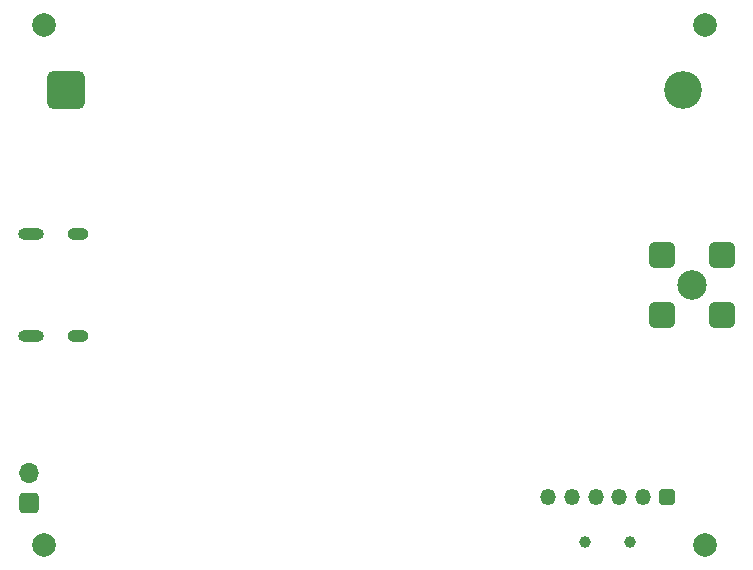
<source format=gbr>
%TF.GenerationSoftware,KiCad,Pcbnew,8.0.8+1*%
%TF.CreationDate,Date%
%TF.ProjectId,LoRa-V3-PCB,4c6f5261-2d56-4332-9d50-43422e6b6963,rev?*%
%TF.SameCoordinates,Original*%
%TF.FileFunction,Soldermask,Bot*%
%TF.FilePolarity,Negative*%
%FSLAX46Y46*%
G04 Gerber Fmt 4.6, Leading zero omitted, Abs format (unit mm)*
G04 Created by KiCad*
%MOMM*%
%LPD*%
G01*
G04 APERTURE LIST*
G04 Aperture macros list*
%AMRoundRect*
0 Rectangle with rounded corners*
0 $1 Rounding radius*
0 $2 $3 $4 $5 $6 $7 $8 $9 X,Y pos of 4 corners*
0 Add a 4 corners polygon primitive as box body*
4,1,4,$2,$3,$4,$5,$6,$7,$8,$9,$2,$3,0*
0 Add four circle primitives for the rounded corners*
1,1,$1+$1,$2,$3*
1,1,$1+$1,$4,$5*
1,1,$1+$1,$6,$7*
1,1,$1+$1,$8,$9*
0 Add four rect primitives between the rounded corners*
20,1,$1+$1,$2,$3,$4,$5,0*
20,1,$1+$1,$4,$5,$6,$7,0*
20,1,$1+$1,$6,$7,$8,$9,0*
20,1,$1+$1,$8,$9,$2,$3,0*%
G04 Aperture macros list end*
%ADD10C,2.000000*%
%ADD11RoundRect,0.523529X-1.078471X-1.078471X1.078471X-1.078471X1.078471X1.078471X-1.078471X1.078471X0*%
%ADD12C,3.204000*%
%ADD13RoundRect,0.250000X-0.425000X0.425000X-0.425000X-0.425000X0.425000X-0.425000X0.425000X0.425000X0*%
%ADD14O,1.350000X1.350000*%
%ADD15C,1.000000*%
%ADD16C,2.500000*%
%ADD17RoundRect,0.440000X0.660000X0.660000X-0.660000X0.660000X-0.660000X-0.660000X0.660000X-0.660000X0*%
%ADD18RoundRect,0.340000X0.510000X0.510000X-0.510000X0.510000X-0.510000X-0.510000X0.510000X-0.510000X0*%
%ADD19O,1.700000X1.700000*%
%ADD20O,1.800000X1.000000*%
%ADD21O,2.200000X1.000000*%
G04 APERTURE END LIST*
D10*
%TO.C,H3*%
X117000000Y-119000000D03*
%TD*%
%TO.C,H2*%
X173000000Y-75000000D03*
%TD*%
D11*
%TO.C,CONN2*%
X118900000Y-80500000D03*
D12*
X171100000Y-80500000D03*
%TD*%
D13*
%TO.C,CONN8*%
X169750000Y-115000000D03*
D14*
X167750000Y-115000000D03*
X165750000Y-115000000D03*
X163750000Y-115000000D03*
X161750000Y-115000000D03*
X159750000Y-115000000D03*
%TD*%
D15*
%TO.C,SW2*%
X166650000Y-118750000D03*
X162850000Y-118750000D03*
%TD*%
D16*
%TO.C,CONN5*%
X171900000Y-97000000D03*
D17*
X174440000Y-99540000D03*
X174440000Y-94460000D03*
X169360000Y-99540000D03*
X169360000Y-94460000D03*
%TD*%
D10*
%TO.C,H1*%
X117000000Y-75000000D03*
%TD*%
%TO.C,H4*%
X173000000Y-119000000D03*
%TD*%
D18*
%TO.C,CONN4*%
X115750000Y-115500000D03*
D19*
X115750000Y-112960000D03*
%TD*%
D20*
%TO.C,CONN1*%
X119930000Y-92680000D03*
X119930000Y-101320000D03*
D21*
X115930000Y-92680000D03*
X115930000Y-101320000D03*
%TD*%
M02*

</source>
